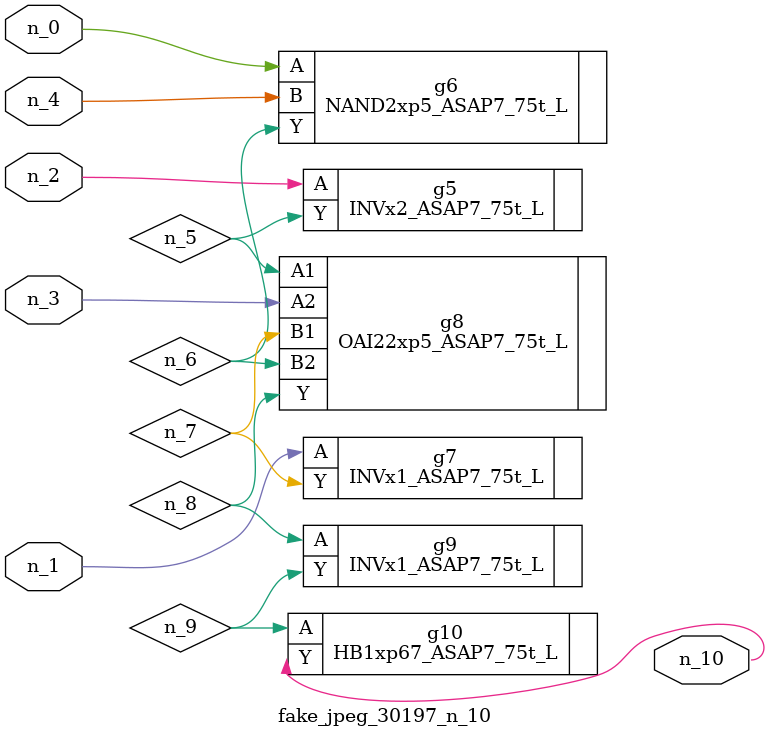
<source format=v>
module fake_jpeg_30197_n_10 (n_3, n_2, n_1, n_0, n_4, n_10);

input n_3;
input n_2;
input n_1;
input n_0;
input n_4;

output n_10;

wire n_8;
wire n_9;
wire n_6;
wire n_5;
wire n_7;

INVx2_ASAP7_75t_L g5 ( 
.A(n_2),
.Y(n_5)
);

NAND2xp5_ASAP7_75t_L g6 ( 
.A(n_0),
.B(n_4),
.Y(n_6)
);

INVx1_ASAP7_75t_L g7 ( 
.A(n_1),
.Y(n_7)
);

OAI22xp5_ASAP7_75t_L g8 ( 
.A1(n_5),
.A2(n_3),
.B1(n_7),
.B2(n_6),
.Y(n_8)
);

INVx1_ASAP7_75t_L g9 ( 
.A(n_8),
.Y(n_9)
);

HB1xp67_ASAP7_75t_L g10 ( 
.A(n_9),
.Y(n_10)
);


endmodule
</source>
